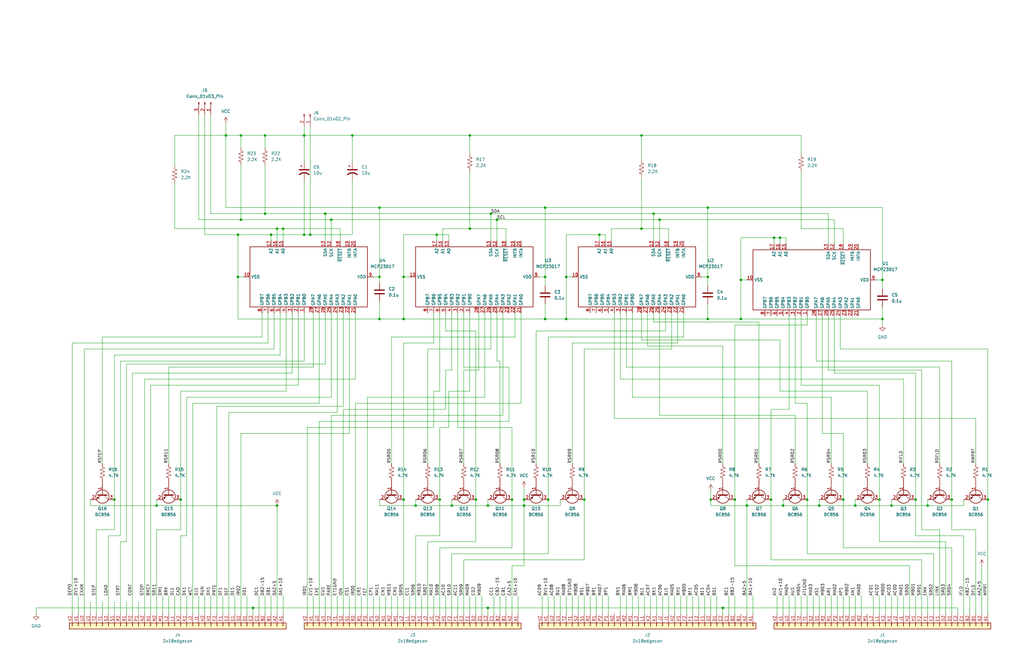
<source format=kicad_sch>
(kicad_sch (version 20230121) (generator eeschema)
  (paper "B")
  (junction (at 185.42 210.82))
  (junction (at 205.74 213.36))
  (junction (at 298.45 116.84))
  (junction (at 375.92 213.36))
  (junction (at 220.98 213.36))
  (junction (at 328.93 100.33))
  (junction (at 298.45 134.62))
  (junction (at 114.3 99.06))
  (junction (at 298.45 87.63))
  (junction (at 200.66 210.82))
  (junction (at 137.16 90.17))
  (junction (at 299.72 210.82))
  (junction (at 170.18 210.82))
  (junction (at 101.6 57.15))
  (junction (at 100.33 99.06))
  (junction (at 229.87 87.63))
  (junction (at 215.9 210.82))
  (junction (at 304.8 256.54))
  (junction (at 401.32 210.82))
  (junction (at 238.76 116.84))
  (junction (at 170.18 134.62))
  (junction (at 207.01 90.17))
  (junction (at 184.15 99.06))
  (junction (at 330.2 213.36))
  (junction (at 278.13 92.71))
  (junction (at 314.96 213.36))
  (junction (at 326.39 100.33))
  (junction (at 275.59 90.17))
  (junction (at 198.12 96.52))
  (junction (at 76.2 210.82))
  (junction (at 340.36 210.82))
  (junction (at 246.38 210.82))
  (junction (at 229.87 116.84))
  (junction (at 190.5 213.36))
  (junction (at 106.68 256.54))
  (junction (at 175.26 213.36))
  (junction (at 391.16 213.36))
  (junction (at 111.76 57.15))
  (junction (at 198.12 57.15))
  (junction (at 360.68 213.36))
  (junction (at 309.88 210.82))
  (junction (at 116.84 213.36))
  (junction (at 345.44 213.36))
  (junction (at 229.87 134.62))
  (junction (at 119.38 96.52))
  (junction (at 148.59 57.15))
  (junction (at 128.27 57.15))
  (junction (at 48.26 210.82))
  (junction (at 231.14 210.82))
  (junction (at 95.25 57.15))
  (junction (at 170.18 116.84))
  (junction (at 66.04 213.36))
  (junction (at 416.56 210.82))
  (junction (at 205.74 256.54))
  (junction (at 312.42 118.11))
  (junction (at 128.27 99.06))
  (junction (at 372.11 134.62))
  (junction (at 130.81 99.06))
  (junction (at 325.12 210.82))
  (junction (at 100.33 116.84))
  (junction (at 370.84 210.82))
  (junction (at 160.02 87.63))
  (junction (at 111.76 90.17))
  (junction (at 116.84 96.52))
  (junction (at 160.02 116.84))
  (junction (at 372.11 118.11))
  (junction (at 101.6 92.71))
  (junction (at 386.08 210.82))
  (junction (at 270.51 57.15))
  (junction (at 312.42 134.62))
  (junction (at 160.02 134.62))
  (junction (at 252.73 99.06))
  (junction (at 209.55 92.71))
  (junction (at 270.51 96.52))
  (junction (at 238.76 134.62))
  (junction (at 139.7 92.71))
  (junction (at 220.98 210.82))
  (junction (at 355.6 210.82))
  (wire (pts (xy 271.78 251.46) (xy 271.78 259.08)))
  (wire (pts (xy 220.98 205.74) (xy 220.98 210.82)))
  (wire (pts (xy 154.94 167.64) (xy 154.94 259.08)))
  (wire (pts (xy 58.42 254) (xy 58.42 259.08)))
  (wire (pts (xy 326.39 100.33) (xy 326.39 102.87)))
  (wire (pts (xy 266.7 251.46) (xy 266.7 259.08)))
  (wire (pts (xy 71.12 154.94) (xy 132.08 154.94)))
  (wire (pts (xy 86.36 99.06) (xy 100.33 99.06)))
  (wire (pts (xy 346.71 182.88) (xy 355.6 182.88)))
  (wire (pts (xy 100.33 134.62) (xy 160.02 134.62)))
  (wire (pts (xy 116.84 213.36) (xy 116.84 259.08)))
  (wire (pts (xy 391.16 251.46) (xy 391.16 259.08)))
  (wire (pts (xy 264.16 154.94) (xy 396.24 154.94)))
  (wire (pts (xy 411.48 223.52) (xy 401.32 223.52)))
  (wire (pts (xy 160.02 116.84) (xy 157.48 116.84)))
  (wire (pts (xy 170.18 99.06) (xy 170.18 116.84)))
  (wire (pts (xy 207.01 147.32) (xy 207.01 132.08)))
  (wire (pts (xy 114.3 251.46) (xy 114.3 259.08)))
  (wire (pts (xy 128.27 99.06) (xy 114.3 99.06)))
  (wire (pts (xy 325.12 172.72) (xy 325.12 210.82)))
  (wire (pts (xy 132.08 251.46) (xy 132.08 259.08)))
  (wire (pts (xy 180.34 195.58) (xy 180.34 147.32)))
  (wire (pts (xy 229.87 128.27) (xy 229.87 134.62)))
  (wire (pts (xy 246.38 147.32) (xy 283.21 147.32)))
  (wire (pts (xy 71.12 154.94) (xy 71.12 195.58)))
  (wire (pts (xy 312.42 118.11) (xy 314.96 118.11)))
  (wire (pts (xy 129.54 180.34) (xy 129.54 259.08)))
  (wire (pts (xy 185.42 231.14) (xy 185.42 259.08)))
  (wire (pts (xy 266.7 132.08) (xy 266.7 167.64)))
  (wire (pts (xy 236.22 251.46) (xy 236.22 259.08)))
  (wire (pts (xy 213.36 251.46) (xy 213.36 259.08)))
  (wire (pts (xy 401.32 210.82) (xy 401.32 223.52)))
  (wire (pts (xy 372.11 87.63) (xy 298.45 87.63)))
  (wire (pts (xy 212.09 132.08) (xy 212.09 175.26)))
  (wire (pts (xy 130.81 53.34) (xy 130.81 99.06)))
  (wire (pts (xy 381 251.46) (xy 381 259.08)))
  (wire (pts (xy 66.04 210.82) (xy 66.04 213.36)))
  (wire (pts (xy 226.06 139.7) (xy 280.67 139.7)))
  (wire (pts (xy 229.87 134.62) (xy 238.76 134.62)))
  (wire (pts (xy 328.93 143.51) (xy 270.51 143.51)))
  (wire (pts (xy 187.96 139.7) (xy 187.96 132.08)))
  (wire (pts (xy 157.48 251.46) (xy 157.48 259.08)))
  (wire (pts (xy 363.22 251.46) (xy 363.22 259.08)))
  (wire (pts (xy 353.06 251.46) (xy 353.06 259.08)))
  (wire (pts (xy 416.56 147.32) (xy 416.56 210.82)))
  (wire (pts (xy 246.38 147.32) (xy 246.38 210.82)))
  (wire (pts (xy 259.08 176.53) (xy 411.48 176.53)))
  (wire (pts (xy 360.68 213.36) (xy 345.44 213.36)))
  (wire (pts (xy 38.1 213.36) (xy 38.1 210.82)))
  (wire (pts (xy 335.28 170.18) (xy 340.36 170.18)))
  (wire (pts (xy 170.18 116.84) (xy 172.72 116.84)))
  (wire (pts (xy 123.19 157.48) (xy 123.19 132.08)))
  (wire (pts (xy 246.38 210.82) (xy 246.38 236.22)))
  (wire (pts (xy 229.87 87.63) (xy 229.87 116.84)))
  (wire (pts (xy 330.2 210.82) (xy 330.2 213.36)))
  (wire (pts (xy 60.96 160.02) (xy 60.96 259.08)))
  (wire (pts (xy 337.82 96.52) (xy 337.82 72.39)))
  (wire (pts (xy 143.51 96.52) (xy 143.51 101.6)))
  (wire (pts (xy 95.25 52.07) (xy 95.25 57.15)))
  (wire (pts (xy 35.56 147.32) (xy 115.57 147.32)))
  (wire (pts (xy 162.56 251.46) (xy 162.56 259.08)))
  (wire (pts (xy 231.14 142.24) (xy 231.14 210.82)))
  (wire (pts (xy 76.2 210.82) (xy 76.2 223.52)))
  (wire (pts (xy 393.7 233.68) (xy 393.7 259.08)))
  (wire (pts (xy 33.02 251.46) (xy 33.02 259.08)))
  (wire (pts (xy 347.98 251.46) (xy 347.98 259.08)))
  (wire (pts (xy 190.5 156.21) (xy 190.5 132.08)))
  (wire (pts (xy 340.36 251.46) (xy 340.36 259.08)))
  (wire (pts (xy 375.92 251.46) (xy 375.92 259.08)))
  (wire (pts (xy 134.62 177.8) (xy 214.63 177.8)))
  (wire (pts (xy 312.42 134.62) (xy 372.11 134.62)))
  (wire (pts (xy 340.36 133.35) (xy 340.36 137.16)))
  (wire (pts (xy 198.12 72.39) (xy 198.12 96.52)))
  (wire (pts (xy 115.57 147.32) (xy 115.57 132.08)))
  (wire (pts (xy 416.56 147.32) (xy 354.33 147.32)))
  (wire (pts (xy 298.45 116.84) (xy 298.45 120.65)))
  (wire (pts (xy 198.12 132.08) (xy 198.12 165.1)))
  (wire (pts (xy 335.28 133.35) (xy 335.28 170.18)))
  (wire (pts (xy 88.9 48.26) (xy 88.9 90.17)))
  (wire (pts (xy 381 160.02) (xy 261.62 160.02)))
  (wire (pts (xy 231.14 251.46) (xy 231.14 259.08)))
  (wire (pts (xy 48.26 149.86) (xy 118.11 149.86)))
  (wire (pts (xy 116.84 96.52) (xy 119.38 96.52)))
  (wire (pts (xy 307.34 251.46) (xy 307.34 259.08)))
  (wire (pts (xy 200.66 210.82) (xy 200.66 228.6)))
  (wire (pts (xy 190.5 210.82) (xy 190.5 213.36)))
  (wire (pts (xy 144.78 172.72) (xy 144.78 259.08)))
  (wire (pts (xy 355.6 210.82) (xy 355.6 231.14)))
  (wire (pts (xy 203.2 251.46) (xy 203.2 259.08)))
  (wire (pts (xy 128.27 57.15) (xy 148.59 57.15)))
  (wire (pts (xy 95.25 87.63) (xy 160.02 87.63)))
  (wire (pts (xy 337.82 57.15) (xy 337.82 64.77)))
  (wire (pts (xy 391.16 210.82) (xy 391.16 213.36)))
  (wire (pts (xy 210.82 251.46) (xy 210.82 259.08)))
  (wire (pts (xy 110.49 132.08) (xy 110.49 142.24)))
  (wire (pts (xy 269.24 251.46) (xy 269.24 259.08)))
  (wire (pts (xy 345.44 251.46) (xy 345.44 259.08)))
  (wire (pts (xy 372.11 134.62) (xy 372.11 129.54)))
  (wire (pts (xy 298.45 87.63) (xy 298.45 116.84)))
  (wire (pts (xy 88.9 251.46) (xy 88.9 259.08)))
  (wire (pts (xy 40.64 223.52) (xy 48.26 223.52)))
  (wire (pts (xy 63.5 162.56) (xy 63.5 259.08)))
  (wire (pts (xy 195.58 236.22) (xy 195.58 259.08)))
  (wire (pts (xy 137.16 251.46) (xy 137.16 259.08)))
  (wire (pts (xy 373.38 251.46) (xy 373.38 259.08)))
  (wire (pts (xy 270.51 96.52) (xy 257.81 96.52)))
  (wire (pts (xy 325.12 172.72) (xy 332.74 172.72)))
  (wire (pts (xy 332.74 251.46) (xy 332.74 259.08)))
  (wire (pts (xy 388.62 236.22) (xy 388.62 259.08)))
  (wire (pts (xy 120.65 132.08) (xy 120.65 165.1)))
  (wire (pts (xy 76.2 226.06) (xy 78.74 226.06)))
  (wire (pts (xy 53.34 254) (xy 53.34 259.08)))
  (wire (pts (xy 299.72 207.01) (xy 299.72 210.82)))
  (wire (pts (xy 351.79 157.48) (xy 386.08 157.48)))
  (wire (pts (xy 78.74 226.06) (xy 78.74 167.64)))
  (wire (pts (xy 278.13 92.71) (xy 351.79 92.71)))
  (wire (pts (xy 170.18 134.62) (xy 229.87 134.62)))
  (wire (pts (xy 304.8 146.05) (xy 304.8 195.58)))
  (wire (pts (xy 137.16 90.17) (xy 137.16 101.6)))
  (wire (pts (xy 15.24 259.08) (xy 15.24 256.54)))
  (wire (pts (xy 370.84 210.82) (xy 370.84 228.6)))
  (wire (pts (xy 314.96 213.36) (xy 299.72 213.36)))
  (wire (pts (xy 100.33 116.84) (xy 100.33 134.62)))
  (wire (pts (xy 198.12 251.46) (xy 198.12 259.08)))
  (wire (pts (xy 185.42 180.34) (xy 185.42 210.82)))
  (wire (pts (xy 139.7 167.64) (xy 139.7 132.08)))
  (wire (pts (xy 43.18 142.24) (xy 43.18 195.58)))
  (wire (pts (xy 189.23 101.6) (xy 189.23 99.06)))
  (wire (pts (xy 149.86 170.18) (xy 219.71 170.18)))
  (wire (pts (xy 236.22 210.82) (xy 236.22 213.36)))
  (wire (pts (xy 408.94 251.46) (xy 408.94 259.08)))
  (wire (pts (xy 309.88 137.16) (xy 309.88 210.82)))
  (wire (pts (xy 298.45 128.27) (xy 298.45 134.62)))
  (wire (pts (xy 130.81 99.06) (xy 128.27 99.06)))
  (wire (pts (xy 55.88 157.48) (xy 55.88 259.08)))
  (wire (pts (xy 331.47 100.33) (xy 328.93 100.33)))
  (wire (pts (xy 215.9 238.76) (xy 215.9 259.08)))
  (wire (pts (xy 76.2 226.06) (xy 76.2 259.08)))
  (wire (pts (xy 152.4 251.46) (xy 152.4 259.08)))
  (wire (pts (xy 406.4 213.36) (xy 391.16 213.36)))
  (wire (pts (xy 355.6 251.46) (xy 355.6 259.08)))
  (wire (pts (xy 285.75 144.78) (xy 285.75 132.08)))
  (wire (pts (xy 350.52 167.64) (xy 350.52 195.58)))
  (wire (pts (xy 149.86 132.08) (xy 149.86 160.02)))
  (wire (pts (xy 220.98 213.36) (xy 205.74 213.36)))
  (wire (pts (xy 284.48 251.46) (xy 284.48 259.08)))
  (wire (pts (xy 170.18 116.84) (xy 170.18 134.62)))
  (wire (pts (xy 398.78 228.6) (xy 370.84 228.6)))
  (wire (pts (xy 256.54 251.46) (xy 256.54 259.08)))
  (wire (pts (xy 205.74 210.82) (xy 205.74 213.36)))
  (wire (pts (xy 195.58 154.94) (xy 214.63 154.94)))
  (wire (pts (xy 142.24 132.08) (xy 142.24 173.99)))
  (wire (pts (xy 60.96 160.02) (xy 149.86 160.02)))
  (wire (pts (xy 340.36 210.82) (xy 340.36 233.68)))
  (wire (pts (xy 100.33 99.06) (xy 100.33 116.84)))
  (wire (pts (xy 215.9 210.82) (xy 215.9 231.14)))
  (wire (pts (xy 198.12 165.1) (xy 189.23 165.1)))
  (wire (pts (xy 346.71 133.35) (xy 346.71 182.88)))
  (wire (pts (xy 101.6 182.88) (xy 101.6 259.08)))
  (wire (pts (xy 411.48 223.52) (xy 411.48 259.08)))
  (wire (pts (xy 101.6 57.15) (xy 101.6 62.23)))
  (wire (pts (xy 360.68 210.82) (xy 360.68 213.36)))
  (wire (pts (xy 48.26 210.82) (xy 48.26 223.52)))
  (wire (pts (xy 186.69 96.52) (xy 186.69 101.6)))
  (wire (pts (xy 195.58 156.21) (xy 195.58 195.58)))
  (wire (pts (xy 128.27 76.2) (xy 128.27 99.06)))
  (wire (pts (xy 83.82 92.71) (xy 101.6 92.71)))
  (wire (pts (xy 273.05 146.05) (xy 304.8 146.05)))
  (wire (pts (xy 298.45 116.84) (xy 295.91 116.84)))
  (wire (pts (xy 349.25 133.35) (xy 349.25 156.21)))
  (wire (pts (xy 63.5 162.56) (xy 125.73 162.56)))
  (wire (pts (xy 73.66 96.52) (xy 116.84 96.52)))
  (wire (pts (xy 111.76 90.17) (xy 137.16 90.17)))
  (wire (pts (xy 340.36 233.68) (xy 393.7 233.68)))
  (wire (pts (xy 337.82 162.56) (xy 370.84 162.56)))
  (wire (pts (xy 354.33 133.35) (xy 354.33 147.32)))
  (wire (pts (xy 81.28 170.18) (xy 81.28 259.08)))
  (wire (pts (xy 375.92 213.36) (xy 360.68 213.36)))
  (wire (pts (xy 180.34 228.6) (xy 180.34 259.08)))
  (wire (pts (xy 220.98 210.82) (xy 220.98 213.36)))
  (wire (pts (xy 335.28 175.26) (xy 278.13 175.26)))
  (wire (pts (xy 358.14 251.46) (xy 358.14 259.08)))
  (wire (pts (xy 259.08 132.08) (xy 259.08 176.53)))
  (wire (pts (xy 411.48 176.53) (xy 411.48 195.58)))
  (wire (pts (xy 134.62 170.18) (xy 134.62 132.08)))
  (wire (pts (xy 351.79 92.71) (xy 351.79 102.87)))
  (wire (pts (xy 279.4 251.46) (xy 279.4 259.08)))
  (wire (pts (xy 175.26 213.36) (xy 160.02 213.36)))
  (wire (pts (xy 337.82 133.35) (xy 337.82 162.56)))
  (wire (pts (xy 238.76 134.62) (xy 298.45 134.62)))
  (wire (pts (xy 335.28 251.46) (xy 335.28 259.08)))
  (wire (pts (xy 73.66 77.47) (xy 73.66 96.52)))
  (wire (pts (xy 414.02 238.76) (xy 414.02 259.08)))
  (wire (pts (xy 369.57 118.11) (xy 372.11 118.11)))
  (wire (pts (xy 137.16 153.67) (xy 53.34 153.67)))
  (wire (pts (xy 160.02 116.84) (xy 160.02 119.38)))
  (wire (pts (xy 128.27 57.15) (xy 128.27 68.58)))
  (wire (pts (xy 198.12 57.15) (xy 198.12 64.77)))
  (wire (pts (xy 119.38 251.46) (xy 119.38 259.08)))
  (wire (pts (xy 278.13 132.08) (xy 278.13 175.26)))
  (wire (pts (xy 281.94 251.46) (xy 281.94 259.08)))
  (wire (pts (xy 185.42 210.82) (xy 185.42 226.06)))
  (wire (pts (xy 111.76 57.15) (xy 111.76 62.23)))
  (wire (pts (xy 106.68 256.54) (xy 205.74 256.54)))
  (wire (pts (xy 43.18 254) (xy 43.18 259.08)))
  (wire (pts (xy 205.74 213.36) (xy 190.5 213.36)))
  (wire (pts (xy 345.44 210.82) (xy 345.44 213.36)))
  (wire (pts (xy 95.25 57.15) (xy 95.25 87.63)))
  (wire (pts (xy 243.84 251.46) (xy 243.84 259.08)))
  (wire (pts (xy 342.9 251.46) (xy 342.9 259.08)))
  (wire (pts (xy 139.7 175.26) (xy 212.09 175.26)))
  (wire (pts (xy 66.04 213.36) (xy 38.1 213.36)))
  (wire (pts (xy 388.62 236.22) (xy 325.12 236.22)))
  (wire (pts (xy 185.42 165.1) (xy 182.88 165.1)))
  (wire (pts (xy 217.17 132.08) (xy 217.17 142.24)))
  (wire (pts (xy 129.54 180.34) (xy 182.88 180.34)))
  (wire (pts (xy 292.1 251.46) (xy 292.1 259.08)))
  (wire (pts (xy 266.7 167.64) (xy 350.52 167.64)))
  (wire (pts (xy 170.18 210.82) (xy 170.18 259.08)))
  (wire (pts (xy 252.73 99.06) (xy 252.73 101.6)))
  (wire (pts (xy 340.36 170.18) (xy 340.36 210.82)))
  (wire (pts (xy 350.52 251.46) (xy 350.52 259.08)))
  (wire (pts (xy 254 251.46) (xy 254 259.08)))
  (wire (pts (xy 148.59 99.06) (xy 130.81 99.06)))
  (wire (pts (xy 299.72 251.46) (xy 299.72 259.08)))
  (wire (pts (xy 231.14 142.24) (xy 288.29 142.24)))
  (wire (pts (xy 198.12 96.52) (xy 213.36 96.52)))
  (wire (pts (xy 209.55 132.08) (xy 209.55 152.4)))
  (wire (pts (xy 45.72 226.06) (xy 50.8 226.06)))
  (wire (pts (xy 86.36 48.26) (xy 86.36 99.06)))
  (wire (pts (xy 207.01 90.17) (xy 207.01 101.6)))
  (wire (pts (xy 298.45 134.62) (xy 312.42 134.62)))
  (wire (pts (xy 184.15 99.06) (xy 184.15 101.6)))
  (wire (pts (xy 185.42 231.14) (xy 215.9 231.14)))
  (wire (pts (xy 175.26 226.06) (xy 175.26 259.08)))
  (wire (pts (xy 370.84 251.46) (xy 370.84 259.08)))
  (wire (pts (xy 48.26 149.86) (xy 48.26 210.82)))
  (wire (pts (xy 340.36 137.16) (xy 309.88 137.16)))
  (wire (pts (xy 205.74 256.54) (xy 205.74 259.08)))
  (wire (pts (xy 137.16 132.08) (xy 137.16 153.67)))
  (wire (pts (xy 275.59 132.08) (xy 275.59 135.89)))
  (wire (pts (xy 83.82 251.46) (xy 83.82 259.08)))
  (wire (pts (xy 416.56 210.82) (xy 416.56 259.08)))
  (wire (pts (xy 299.72 210.82) (xy 299.72 213.36)))
  (wire (pts (xy 398.78 228.6) (xy 398.78 259.08)))
  (wire (pts (xy 119.38 96.52) (xy 143.51 96.52)))
  (wire (pts (xy 190.5 233.68) (xy 231.14 233.68)))
  (wire (pts (xy 182.88 165.1) (xy 182.88 180.34)))
  (wire (pts (xy 78.74 251.46) (xy 78.74 259.08)))
  (wire (pts (xy 375.92 210.82) (xy 375.92 213.36)))
  (wire (pts (xy 73.66 251.46) (xy 73.66 259.08)))
  (wire (pts (xy 386.08 251.46) (xy 386.08 259.08)))
  (wire (pts (xy 30.48 144.78) (xy 113.03 144.78)))
  (wire (pts (xy 368.3 251.46) (xy 368.3 259.08)))
  (wire (pts (xy 195.58 132.08) (xy 195.58 154.94)))
  (wire (pts (xy 370.84 162.56) (xy 370.84 210.82)))
  (wire (pts (xy 111.76 57.15) (xy 128.27 57.15)))
  (wire (pts (xy 210.82 195.58) (xy 210.82 152.4)))
  (wire (pts (xy 187.96 172.72) (xy 187.96 156.21)))
  (wire (pts (xy 406.4 210.82) (xy 406.4 213.36)))
  (wire (pts (xy 355.6 96.52) (xy 355.6 102.87)))
  (wire (pts (xy 378.46 251.46) (xy 378.46 259.08)))
  (wire (pts (xy 118.11 149.86) (xy 118.11 132.08)))
  (wire (pts (xy 345.44 213.36) (xy 330.2 213.36)))
  (wire (pts (xy 73.66 57.15) (xy 95.25 57.15)))
  (wire (pts (xy 365.76 165.1) (xy 365.76 195.58)))
  (wire (pts (xy 175.26 226.06) (xy 185.42 226.06)))
  (wire (pts (xy 270.51 74.93) (xy 270.51 96.52)))
  (wire (pts (xy 198.12 57.15) (xy 270.51 57.15)))
  (wire (pts (xy 154.94 167.64) (xy 204.47 167.64)))
  (wire (pts (xy 78.74 167.64) (xy 139.7 167.64)))
  (wire (pts (xy 76.2 165.1) (xy 120.65 165.1)))
  (wire (pts (xy 283.21 132.08) (xy 283.21 147.32)))
  (wire (pts (xy 304.8 256.54) (xy 304.8 259.08)))
  (wire (pts (xy 236.22 213.36) (xy 220.98 213.36)))
  (wire (pts (xy 355.6 96.52) (xy 337.82 96.52)))
  (wire (pts (xy 119.38 96.52) (xy 119.38 101.6)))
  (wire (pts (xy 147.32 182.88) (xy 101.6 182.88)))
  (wire (pts (xy 229.87 87.63) (xy 298.45 87.63)))
  (wire (pts (xy 209.55 92.71) (xy 209.55 101.6)))
  (wire (pts (xy 193.04 180.34) (xy 215.9 180.34)))
  (wire (pts (xy 104.14 251.46) (xy 104.14 259.08)))
  (wire (pts (xy 170.18 144.78) (xy 170.18 210.82)))
  (wire (pts (xy 229.87 116.84) (xy 229.87 120.65)))
  (wire (pts (xy 270.51 57.15) (xy 337.82 57.15)))
  (wire (pts (xy 294.64 251.46) (xy 294.64 259.08)))
  (wire (pts (xy 328.93 165.1) (xy 328.93 143.51)))
  (wire (pts (xy 314.96 213.36) (xy 314.96 259.08)))
  (wire (pts (xy 238.76 99.06) (xy 252.73 99.06)))
  (wire (pts (xy 76.2 165.1) (xy 76.2 210.82)))
  (wire (pts (xy 86.36 251.46) (xy 86.36 259.08)))
  (wire (pts (xy 160.02 87.63) (xy 229.87 87.63)))
  (wire (pts (xy 351.79 133.35) (xy 351.79 157.48)))
  (wire (pts (xy 81.28 170.18) (xy 134.62 170.18)))
  (wire (pts (xy 261.62 251.46) (xy 261.62 259.08)))
  (wire (pts (xy 396.24 223.52) (xy 388.62 223.52)))
  (wire (pts (xy 200.66 139.7) (xy 187.96 139.7)))
  (wire (pts (xy 170.18 99.06) (xy 184.15 99.06)))
  (wire (pts (xy 233.68 251.46) (xy 233.68 259.08)))
  (wire (pts (xy 238.76 251.46) (xy 238.76 259.08)))
  (wire (pts (xy 275.59 90.17) (xy 275.59 101.6)))
  (wire (pts (xy 231.14 210.82) (xy 231.14 233.68)))
  (wire (pts (xy 66.04 223.52) (xy 76.2 223.52)))
  (wire (pts (xy 48.26 254) (xy 48.26 259.08)))
  (wire (pts (xy 139.7 92.71) (xy 139.7 101.6)))
  (wire (pts (xy 177.8 251.46) (xy 177.8 259.08)))
  (wire (pts (xy 396.24 154.94) (xy 396.24 195.58)))
  (wire (pts (xy 190.5 233.68) (xy 190.5 259.08)))
  (wire (pts (xy 111.76 69.85) (xy 111.76 90.17)))
  (wire (pts (xy 218.44 251.46) (xy 218.44 259.08)))
  (wire (pts (xy 144.78 132.08) (xy 144.78 171.45)))
  (wire (pts (xy 331.47 102.87) (xy 331.47 100.33)))
  (wire (pts (xy 73.66 69.85) (xy 73.66 57.15)))
  (wire (pts (xy 50.8 226.06) (xy 50.8 152.4)))
  (wire (pts (xy 274.32 251.46) (xy 274.32 259.08)))
  (wire (pts (xy 257.81 96.52) (xy 257.81 101.6)))
  (wire (pts (xy 114.3 101.6) (xy 114.3 99.06)))
  (wire (pts (xy 355.6 231.14) (xy 401.32 231.14)))
  (wire (pts (xy 396.24 223.52) (xy 396.24 259.08)))
  (wire (pts (xy 270.51 143.51) (xy 270.51 132.08)))
  (wire (pts (xy 142.24 173.99) (xy 96.52 173.99)))
  (wire (pts (xy 88.9 90.17) (xy 111.76 90.17)))
  (wire (pts (xy 50.8 152.4) (xy 128.27 152.4)))
  (wire (pts (xy 147.32 132.08) (xy 147.32 182.88)))
  (wire (pts (xy 134.62 177.8) (xy 134.62 259.08)))
  (wire (pts (xy 204.47 132.08) (xy 204.47 167.64)))
  (wire (pts (xy 238.76 116.84) (xy 238.76 134.62)))
  (wire (pts (xy 45.72 226.06) (xy 45.72 259.08)))
  (wire (pts (xy 391.16 213.36) (xy 375.92 213.36)))
  (wire (pts (xy 160.02 210.82) (xy 160.02 213.36)))
  (wire (pts (xy 214.63 154.94) (xy 214.63 177.8)))
  (wire (pts (xy 101.6 69.85) (xy 101.6 92.71)))
  (wire (pts (xy 201.93 132.08) (xy 201.93 156.21)))
  (wire (pts (xy 180.34 147.32) (xy 207.01 147.32)))
  (wire (pts (xy 328.93 100.33) (xy 328.93 102.87)))
  (wire (pts (xy 182.88 132.08) (xy 182.88 144.78)))
  (wire (pts (xy 175.26 210.82) (xy 175.26 213.36)))
  (wire (pts (xy 95.25 57.15) (xy 101.6 57.15)))
  (wire (pts (xy 110.49 142.24) (xy 43.18 142.24)))
  (wire (pts (xy 209.55 92.71) (xy 278.13 92.71)))
  (wire (pts (xy 205.74 256.54) (xy 304.8 256.54)))
  (wire (pts (xy 330.2 251.46) (xy 330.2 259.08)))
  (wire (pts (xy 200.66 251.46) (xy 200.66 259.08)))
  (wire (pts (xy 386.08 210.82) (xy 386.08 226.06)))
  (wire (pts (xy 102.87 116.84) (xy 100.33 116.84)))
  (wire (pts (xy 15.24 256.54) (xy 106.68 256.54)))
  (wire (pts (xy 187.96 251.46) (xy 187.96 259.08)))
  (wire (pts (xy 326.39 100.33) (xy 312.42 100.33)))
  (wire (pts (xy 116.84 96.52) (xy 116.84 101.6)))
  (wire (pts (xy 337.82 251.46) (xy 337.82 259.08)))
  (wire (pts (xy 251.46 251.46) (xy 251.46 259.08)))
  (wire (pts (xy 165.1 251.46) (xy 165.1 259.08)))
  (wire (pts (xy 195.58 236.22) (xy 246.38 236.22)))
  (wire (pts (xy 147.32 251.46) (xy 147.32 259.08)))
  (wire (pts (xy 344.17 152.4) (xy 344.17 133.35)))
  (wire (pts (xy 148.59 76.2) (xy 148.59 99.06)))
  (wire (pts (xy 275.59 90.17) (xy 349.25 90.17)))
  (wire (pts (xy 165.1 195.58) (xy 165.1 142.24)))
  (wire (pts (xy 160.02 127) (xy 160.02 134.62)))
  (wire (pts (xy 309.88 251.46) (xy 309.88 259.08)))
  (wire (pts (xy 406.4 226.06) (xy 386.08 226.06)))
  (wire (pts (xy 228.6 251.46) (xy 228.6 259.08)))
  (wire (pts (xy 401.32 152.4) (xy 401.32 210.82)))
  (wire (pts (xy 317.5 251.46) (xy 317.5 259.08)))
  (wire (pts (xy 160.02 251.46) (xy 160.02 259.08)))
  (wire (pts (xy 332.74 133.35) (xy 332.74 172.72)))
  (wire (pts (xy 53.34 153.67) (xy 53.34 228.6)))
  (wire (pts (xy 111.76 251.46) (xy 111.76 259.08)))
  (wire (pts (xy 241.3 251.46) (xy 241.3 259.08)))
  (wire (pts (xy 210.82 152.4) (xy 209.55 152.4)))
  (wire (pts (xy 220.98 238.76) (xy 220.98 213.36)))
  (wire (pts (xy 93.98 251.46) (xy 93.98 259.08)))
  (wire (pts (xy 289.56 251.46) (xy 289.56 259.08)))
  (wire (pts (xy 139.7 175.26) (xy 139.7 259.08)))
  (wire (pts (xy 180.34 228.6) (xy 200.66 228.6)))
  (wire (pts (xy 246.38 251.46) (xy 246.38 259.08)))
  (wire (pts (xy 381 160.02) (xy 381 195.58)))
  (wire (pts (xy 144.78 172.72) (xy 187.96 172.72)))
  (wire (pts (xy 213.36 96.52) (xy 213.36 101.6)))
  (wire (pts (xy 189.23 165.1) (xy 189.23 180.34)))
  (wire (pts (xy 116.84 213.36) (xy 66.04 213.36)))
  (wire (pts (xy 238.76 116.84) (xy 238.76 99.06)))
  (wire (pts (xy 355.6 182.88) (xy 355.6 210.82)))
  (wire (pts (xy 91.44 171.45) (xy 144.78 171.45)))
  (wire (pts (xy 190.5 213.36) (xy 175.26 213.36)))
  (wire (pts (xy 187.96 156.21) (xy 190.5 156.21)))
  (wire (pts (xy 401.32 152.4) (xy 344.17 152.4)))
  (wire (pts (xy 312.42 134.62) (xy 312.42 118.11)))
  (wire (pts (xy 320.04 135.89) (xy 275.59 135.89)))
  (wire (pts (xy 401.32 231.14) (xy 401.32 259.08)))
  (wire (pts (xy 186.69 96.52) (xy 198.12 96.52)))
  (wire (pts (xy 30.48 144.78) (xy 30.48 259.08)))
  (wire (pts (xy 201.93 156.21) (xy 195.58 156.21)))
  (wire (pts (xy 255.27 99.06) (xy 255.27 101.6)))
  (wire (pts (xy 219.71 170.18) (xy 219.71 132.08)))
  (wire (pts (xy 270.51 57.15) (xy 270.51 67.31)))
  (wire (pts (xy 288.29 142.24) (xy 288.29 132.08)))
  (wire (pts (xy 281.94 96.52) (xy 270.51 96.52)))
  (wire (pts (xy 383.54 238.76) (xy 383.54 259.08)))
  (wire (pts (xy 320.04 135.89) (xy 320.04 195.58)))
  (wire (pts (xy 328.93 165.1) (xy 365.76 165.1)))
  (wire (pts (xy 215.9 238.76) (xy 220.98 238.76)))
  (wire (pts (xy 139.7 92.71) (xy 209.55 92.71)))
  (wire (pts (xy 128.27 152.4) (xy 128.27 132.08)))
  (wire (pts (xy 302.26 251.46) (xy 302.26 259.08)))
  (wire (pts (xy 160.02 134.62) (xy 170.18 134.62)))
  (wire (pts (xy 71.12 251.46) (xy 71.12 259.08)))
  (wire (pts (xy 403.86 256.54) (xy 403.86 259.08)))
  (wire (pts (xy 281.94 101.6) (xy 281.94 96.52)))
  (wire (pts (xy 406.4 226.06) (xy 406.4 259.08)))
  (wire (pts (xy 149.86 170.18) (xy 149.86 259.08)))
  (wire (pts (xy 66.04 223.52) (xy 66.04 259.08)))
  (wire (pts (xy 148.59 57.15) (xy 148.59 68.58)))
  (wire (pts (xy 372.11 118.11) (xy 372.11 121.92)))
  (wire (pts (xy 50.8 228.6) (xy 50.8 259.08)))
  (wire (pts (xy 55.88 157.48) (xy 123.19 157.48)))
  (wire (pts (xy 349.25 156.21) (xy 388.62 156.21)))
  (wire (pts (xy 193.04 251.46) (xy 193.04 259.08)))
  (wire (pts (xy 142.24 251.46) (xy 142.24 259.08)))
  (wire (pts (xy 137.16 90.17) (xy 207.01 90.17)))
  (wire (pts (xy 335.28 175.26) (xy 335.28 195.58)))
  (wire (pts (xy 101.6 92.71) (xy 139.7 92.71)))
  (wire (pts (xy 132.08 132.08) (xy 132.08 154.94)))
  (wire (pts (xy 372.11 118.11) (xy 372.11 87.63)))
  (wire (pts (xy 309.88 210.82) (xy 309.88 238.76)))
  (wire (pts (xy 328.93 100.33) (xy 326.39 100.33)))
  (wire (pts (xy 273.05 132.08) (xy 273.05 146.05)))
  (wire (pts (xy 96.52 173.99) (xy 96.52 259.08)))
  (wire (pts (xy 248.92 251.46) (xy 248.92 259.08)))
  (wire (pts (xy 325.12 210.82) (xy 325.12 236.22)))
  (wire (pts (xy 372.11 134.62) (xy 372.11 137.16)))
  (wire (pts (xy 106.68 256.54) (xy 106.68 259.08)))
  (wire (pts (xy 261.62 160.02) (xy 261.62 132.08)))
  (wire (pts (xy 100.33 99.06) (xy 114.3 99.06)))
  (wire (pts (xy 229.87 116.84) (xy 227.33 116.84)))
  (wire (pts (xy 312.42 100.33) (xy 312.42 118.11)))
  (wire (pts (xy 386.08 157.48) (xy 386.08 210.82)))
  (wire (pts (xy 91.44 171.45) (xy 91.44 259.08)))
  (wire (pts (xy 241.3 144.78) (xy 285.75 144.78)))
  (wire (pts (xy 170.18 144.78) (xy 182.88 144.78)))
  (wire (pts (xy 314.96 210.82) (xy 314.96 213.36)))
  (wire (pts (xy 128.27 53.34) (xy 128.27 57.15)))
  (wire (pts (xy 165.1 142.24) (xy 217.17 142.24)))
  (wire (pts (xy 99.06 251.46) (xy 99.06 259.08)))
  (wire (pts (xy 101.6 57.15) (xy 111.76 57.15)))
  (wire (pts (xy 83.82 48.26) (xy 83.82 92.71)))
  (wire (pts (xy 278.13 92.71) (xy 278.13 101.6)))
  (wire (pts (xy 241.3 116.84) (xy 238.76 116.84)))
  (wire (pts (xy 185.42 132.08) (xy 185.42 165.1)))
  (wire (pts (xy 327.66 251.46) (xy 327.66 259.08)))
  (wire (pts (xy 264.16 154.94) (xy 264.16 132.08)))
  (wire (pts (xy 50.8 228.6) (xy 53.34 228.6)))
  (wire (pts (xy 38.1 254) (xy 38.1 259.08)))
  (wire (pts (xy 184.15 99.06) (xy 189.23 99.06)))
  (wire (pts (xy 360.68 251.46) (xy 360.68 259.08)))
  (wire (pts (xy 208.28 251.46) (xy 208.28 259.08)))
  (wire (pts (xy 207.01 90.17) (xy 275.59 90.17)))
  (wire (pts (xy 160.02 87.63) (xy 160.02 116.84)))
  (wire (pts (xy 280.67 132.08) (xy 280.67 139.7)))
  (wire (pts (xy 304.8 256.54) (xy 403.86 256.54)))
  (wire (pts (xy 113.03 132.08) (xy 113.03 144.78)))
  (wire (pts (xy 264.16 251.46) (xy 264.16 259.08)))
  (wire (pts (xy 182.88 251.46) (xy 182.88 259.08)))
  (wire (pts (xy 35.56 147.32) (xy 35.56 259.08)))
  (wire (pts (xy 167.64 251.46) (xy 167.64 259.08)))
  (wire (pts (xy 349.25 90.17) (xy 349.25 102.87)))
  (wire (pts (xy 68.58 251.46) (xy 68.58 259.08)))
  (wire (pts (xy 287.02 251.46) (xy 287.02 259.08)))
  (wire (pts (xy 125.73 162.56) (xy 125.73 132.08)))
  (wire (pts (xy 388.62 156.21) (xy 388.62 223.52)))
  (wire (pts (xy 330.2 213.36) (xy 314.96 213.36)))
  (wire (pts (xy 185.42 180.34) (xy 189.23 180.34)))
  (wire (pts (xy 241.3 195.58) (xy 241.3 144.78)))
  (wire (pts (xy 193.04 132.08) (xy 193.04 180.34)))
  (wire (pts (xy 226.06 195.58) (xy 226.06 139.7)))
  (wire (pts (xy 276.86 251.46) (xy 276.86 259.08)))
  (wire (pts (xy 252.73 99.06) (xy 255.27 99.06)))
  (wire (pts (xy 109.22 251.46) (xy 109.22 259.08)))
  (wire (pts (xy 172.72 251.46) (xy 172.72 259.08)))
  (wire (pts (xy 297.18 251.46) (xy 297.18 259.08)))
  (wire (pts (xy 148.59 57.15) (xy 198.12 57.15)))
  (wire (pts (xy 200.66 139.7) (xy 200.66 210.82)))
  (wire (pts (xy 40.64 223.52) (xy 40.64 259.08)))
  (wire (pts (xy 215.9 180.34) (xy 215.9 210.82)))
  (wire (pts (xy 383.54 238.76) (xy 309.88 238.76)))
  (label "EMA" (at 391.16 251.46 90))
  (label "MA10" (at 182.88 251.46 90))
  (label "MA08" (at 238.76 251.46 90))
  (label "DFLD" (at 411.48 251.46 90))
  (label "SR10" (at 190.5 251.46 90))
  (label "AC05" (at 294.64 251.46 90))
  (label "DB1" (at 114.3 251.46 90))
  (label "DEF" (at 96.52 251.46 90))
  (label "STRT" (at 50.8 251.46 90))
  (label "DC1" (at 109.22 251.46 90))
  (label "SR09" (at 195.58 251.46 90))
  (label "AU1" (at 335.28 251.46 90))
  (label "AN1" (at 360.68 251.46 90))
  (label "RSTEP" (at 43.18 195.58 90))
  (label "MB11" (at 165.1 251.46 90))
  (label "MB05" (at 289.56 251.46 90))
  (label "ION" (at 144.78 251.46 90))
  (label "MA09" (at 198.12 251.46 90))
  (label "RSR11" (at 71.12 195.58 90))
  (label "CB2-15" (at 210.82 251.46 90))
  (label "AP1" (at 355.6 251.46 90))
  (label "MA11" (at 160.02 251.46 90))
  (label "CT1GND" (at 142.24 251.46 90))
  (label "BS1" (at 246.38 251.46 90))
  (label "AC09" (at 228.6 251.46 90))
  (label "CAD" (at 76.2 251.46 90))
  (label "CN1" (at 162.56 251.46 90))
  (label "DB2-15" (at 111.76 251.46 90))
  (label "AC08" (at 233.68 251.46 90))
  (label "AC10" (at 187.96 251.46 90))
  (label "AB2-15" (at 408.94 251.46 90))
  (label "BM1" (at 266.7 251.46 90))
  (label "MA03" (at 342.9 251.46 90))
  (label "BF1" (at 292.1 251.46 90))
  (label "MPRT" (at 416.56 251.46 90))
  (label "CS1" (at 147.32 251.46 90))
  (label "MB03" (at 347.98 251.46 90))
  (label "EXAM" (at 35.56 251.46 90))
  (label "MB07" (at 248.92 251.46 90))
  (label "BV1+10" (at 231.14 251.46 90))
  (label "SR01" (at 388.62 251.46 90))
  (label "MA01" (at 381 251.46 90))
  (label "PARE" (at 139.7 251.46 90))
  (label "RSR02" (at 335.28 195.58 90))
  (label "BC1" (at 307.34 251.46 90))
  (label "DM1" (at 68.58 251.46 90))
  (label "DV1+10" (at 33.02 251.46 90))
  (label "BJ1" (at 281.94 251.46 90))
  (label "STEP" (at 40.64 251.46 90))
  (label "IR02" (at 101.6 251.46 90))
  (label "BK1" (at 276.86 251.46 90))
  (label "MB01" (at 386.08 251.46 90))
  (label "MA00" (at 363.22 251.46 90))
  (label "MA06" (at 264.16 251.46 90))
  (label "SDA" (at 207.01 90.17 0))
  (label "CONT" (at 55.88 251.46 90))
  (label "MA04" (at 332.74 251.46 90))
  (label "LINK" (at 396.24 251.46 90))
  (label "AR1" (at 350.52 251.46 90))
  (label "RMPRT" (at 411.48 195.58 90))
  (label "RUN" (at 86.36 251.46 90))
  (label "CU1" (at 137.16 251.46 90))
  (label "BRK" (at 71.12 251.46 90))
  (label "IR01" (at 129.54 251.46 90))
  (label "LDAD" (at 45.72 251.46 90))
  (label "DK1" (at 78.74 251.46 90))
  (label "RDFLD" (at 396.24 195.58 90))
  (label "CC1" (at 208.28 251.46 90))
  (label "DF1" (at 93.98 251.46 90))
  (label "SR05" (at 170.18 251.46 90))
  (label "BA1+10" (at 317.5 251.46 90))
  (label "MB10" (at 177.8 251.46 90))
  (label "BN1" (at 261.62 251.46 90))
  (label "EXE" (at 134.62 251.46 90))
  (label "CA2+5" (at 215.9 251.46 90))
  (label "AC00" (at 378.46 251.46 90))
  (label "CR1" (at 152.4 251.46 90))
  (label "SR06" (at 175.26 251.46 90))
  (label "RSR01" (at 320.04 195.58 90))
  (label "AS1" (at 345.44 251.46 90))
  (label "RSR07" (at 195.58 195.58 90))
  (label "CB1" (at 213.36 251.46 90))
  (label "IFLD" (at 406.4 251.46 90))
  (label "CM1" (at 167.64 251.46 90))
  (label "RIFLD" (at 381 195.58 90))
  (label "BT1GND" (at 241.3 251.46 90))
  (label "MB04" (at 337.82 251.46 90))
  (label "CL1" (at 172.72 251.46 90))
  (label "AA2+5" (at 414.02 251.46 90))
  (label "DA1+10" (at 119.38 251.46 90))
  (label "SR11" (at 66.04 251.46 90))
  (label "BD1" (at 302.26 251.46 90))
  (label "MA05" (at 284.48 251.46 90))
  (label "RSR03" (at 365.76 195.58 90))
  (label "SCL" (at 209.55 92.71 0))
  (label "AC04" (at 299.72 251.46 90))
  (label "BP1" (at 256.54 251.46 90))
  (label "CA1+10" (at 218.44 251.46 90))
  (label "MA07" (at 254 251.46 90))
  (label "AC11" (at 193.04 251.46 90))
  (label "DA2+5" (at 116.84 251.46 90))
  (label "MB02" (at 358.14 251.46 90))
  (label "SR08" (at 185.42 251.46 90))
  (label "SR02" (at 393.7 251.46 90))
  (label "STOP" (at 60.96 251.46 90))
  (label "SR04" (at 401.32 251.46 90))
  (label "BR1" (at 251.46 251.46 90))
  (label "SR00" (at 383.54 251.46 90))
  (label "AC01" (at 368.3 251.46 90))
  (label "CP1" (at 157.48 251.46 90))
  (label "DEPO" (at 30.48 251.46 90))
  (label "MB06" (at 269.24 251.46 90))
  (label "CV1+10" (at 132.08 251.46 90))
  (label "AV2" (at 327.66 251.46 90))
  (label "AC06" (at 279.4 251.46 90))
  (label "PRTE" (at 91.44 251.46 90))
  (label "RSR09" (at 241.3 195.58 90))
  (label "RSR10" (at 226.06 195.58 90))
  (label "AC02" (at 370.84 251.46 90))
  (label "DL1" (at 73.66 251.46 90))
  (label "BL1" (at 271.78 251.46 90))
  (label "BH1" (at 287.02 251.46 90))
  (label "BE1" (at 297.18 251.46 90))
  (label "MB09" (at 203.2 251.46 90))
  (label "DH1" (at 88.9 251.46 90))
  (label "FET" (at 154.94 251.46 90))
  (label "AC03" (at 375.92 251.46 90))
  (label "AC07" (at 274.32 251.46 90))
  (label "AV1+10" (at 330.2 251.46 90))
  (label "BU1" (at 236.22 251.46 90))
  (label "DE1" (at 99.06 251.46 90))
  (label "DD1" (at 104.14 251.46 90))
  (label "SR07" (at 180.34 251.46 90))
  (label "RSR04" (at 350.52 195.58 90))
  (label "DJ1" (at 83.82 251.46 90))
  (label "RSR05" (at 165.1 195.58 90))
  (label "RSR06" (at 180.34 195.58 90))
  (label "SR03" (at 398.78 251.46 90))
  (label "MB00" (at 373.38 251.46 90))
  (label "BNCY" (at 63.5 251.46 90))
  (label "AT1GND" (at 340.36 251.46 90))
  (label "BA2+5" (at 314.96 251.46 90))
  (label "IR00" (at 149.86 251.46 90))
  (label "BB2-15" (at 309.88 251.46 90))
  (label "WCT" (at 81.28 251.46 90))
  (label "RSR08" (at 210.82 195.58 90))
  (label "CD2" (at 200.66 251.46 90))
  (label "MB08" (at 243.84 251.46 90))
  (label "MA02" (at 353.06 251.46 90))
  (label "RSR00" (at 304.8 195.58 90))
  (symbol (lib_id "Device:Q_PNP_BEC") (at 335.28 208.28 270) (unit 1)
    (property "Reference" "Q6" (at 335.28 214.63 90))
    (property "Value" "BC856" (at 335.28 217.17 90))
    (property "Footprint" "Package_TO_SOT_SMD:SOT-23" (effects hide))
  )
  (symbol (lib_id "Device:R_US") (at 396.24 199.39 0) (unit 1)
    (property "Reference" "R2" (at 398.78 198.12 0) (effects (justify left)))
    (property "Value" "4.7K" (at 398.78 200.66 0) (effects (justify left)))
    (property "Footprint" "Resistor_SMD:R_0402_1005Metric" (effects hide))
  )
  (symbol (lib_id "Device:R_US") (at 111.76 66.04 0) (unit 1)
    (property "Reference" "R22" (at 114.3 64.77 0) (effects (justify left)))
    (property "Value" "2.2K" (at 114.3 67.31 0) (effects (justify left)))
    (property "Footprint" "Resistor_SMD:R_0402_1005Metric" (effects hide))
  )
  (symbol (lib_id "Device:Q_PNP_BEC") (at 396.24 208.28 270) (unit 1)
    (property "Reference" "Q2" (at 396.24 214.63 90))
    (property "Value" "BC856" (at 396.24 217.17 90))
    (property "Footprint" "Package_TO_SOT_SMD:SOT-23" (effects hide))
  )
  (symbol (lib_id "Device:Q_PNP_BEC") (at 365.76 208.28 270) (unit 1)
    (property "Reference" "Q4" (at 365.76 214.63 90))
    (property "Value" "BC856" (at 365.76 217.17 90))
    (property "Footprint" "Package_TO_SOT_SMD:SOT-23" (effects hide))
  )
  (symbol (lib_id "Device:Q_PNP_BEC") (at 180.34 208.28 270) (unit 1)
    (property "Reference" "Q13" (at 180.34 214.63 90))
    (property "Value" "BC856" (at 180.34 217.17 90))
    (property "Footprint" "Package_TO_SOT_SMD:SOT-23" (effects hide))
  )
  (symbol (lib_id "Device:Q_PNP_BEC") (at 304.8 208.28 270) (unit 1)
    (property "Reference" "Q8" (at 304.8 214.63 90))
    (property "Value" "BC856" (at 304.8 217.17 90))
    (property "Footprint" "Package_TO_SOT_SMD:SOT-23" (effects hide))
  )
  (symbol (lib_id "Device:R_US") (at 241.3 199.39 0) (unit 1)
    (property "Reference" "R9" (at 243.84 198.12 0) (effects (justify left)))
    (property "Value" "4.7K" (at 243.84 200.66 0) (effects (justify left)))
    (property "Footprint" "Resistor_SMD:R_0402_1005Metric" (effects hide))
  )
  (symbol (lib_id "Connector:Conn_01x03_Pin") (at 86.36 43.18 270) (unit 1)
    (property "Reference" "J5" (at 86.36 38.1 90))
    (property "Value" "Conn_01x03_Pin" (at 86.36 40.64 90))
    (property "Footprint" "Connector_PinHeader_2.54mm:PinHeader_1x03_P2.54mm_Horizontal" (effects hide))
  )
  (symbol (lib_id "power:VCC") (at 220.98 205.74 0) (unit 1)
    (property "Reference" "#PWR08" (effects hide))
    (property "Value" "VCC" (at 220.98 200.66 0))
  )
  (symbol (lib_id "Device:R_US") (at 320.04 199.39 0) (unit 1)
    (property "Reference" "R7" (at 322.58 198.12 0) (effects (justify left)))
    (property "Value" "4.7K" (at 322.58 200.66 0) (effects (justify left)))
    (property "Footprint" "Resistor_SMD:R_0402_1005Metric" (effects hide))
  )
  (symbol (lib_id "mypipan8llib:2x18edgecon") (at 274.32 264.16 270) (unit 1)
    (property "Reference" "J2" (at 273.05 267.97 90))
    (property "Value" "2x18edgecon" (at 273.05 270.51 90))
    (property "Footprint" "mypipan8lfoots:backpins-B" (effects hide))
  )
  (symbol (lib_id "mypipan8llib:2x18edgecon") (at 76.2 264.16 270) (unit 1)
    (property "Reference" "J4" (at 74.93 267.97 90))
    (property "Value" "2x18edgecon" (at 74.93 270.51 90))
    (property "Footprint" "mypipan8lfoots:backpins-D" (effects hide))
  )
  (symbol (lib_id "Device:Q_PNP_BEC") (at 71.12 208.28 270) (unit 1)
    (property "Reference" "Q15" (at 71.12 214.63 90))
    (property "Value" "BC856" (at 71.12 217.17 90))
    (property "Footprint" "Package_TO_SOT_SMD:SOT-23" (effects hide))
  )
  (symbol (lib_id "Device:R_US") (at 365.76 199.39 0) (unit 1)
    (property "Reference" "R4" (at 368.3 198.12 0) (effects (justify left)))
    (property "Value" "4.7K" (at 368.3 200.66 0) (effects (justify left)))
    (property "Footprint" "Resistor_SMD:R_0402_1005Metric" (effects hide))
  )
  (symbol (lib_id "Device:Q_PNP_BEC") (at 165.1 208.28 270) (unit 1)
    (property "Reference" "Q14" (at 165.1 214.63 90))
    (property "Value" "BC856" (at 165.1 217.17 90))
    (property "Footprint" "Package_TO_SOT_SMD:SOT-23" (effects hide))
  )
  (symbol (lib_id "power:VCC") (at 299.72 207.01 0) (unit 1)
    (property "Reference" "#PWR06" (effects hide))
    (property "Value" "VCC" (at 299.72 201.93 0))
  )
  (symbol (lib_id "Device:R_US") (at 335.28 199.39 0) (unit 1)
    (property "Reference" "R6" (at 337.82 198.12 0) (effects (justify left)))
    (property "Value" "4.7K" (at 337.82 200.66 0) (effects (justify left)))
    (property "Footprint" "Resistor_SMD:R_0402_1005Metric" (effects hide))
  )
  (symbol (lib_id "Device:Q_PNP_BEC") (at 411.48 208.28 270) (unit 1)
    (property "Reference" "Q1" (at 411.48 214.63 90))
    (property "Value" "BC856" (at 411.48 217.17 90))
    (property "Footprint" "Package_TO_SOT_SMD:SOT-23" (effects hide))
  )
  (symbol (lib_id "Device:R_US") (at 411.48 199.39 0) (unit 1)
    (property "Reference" "R1" (at 414.02 198.12 0) (effects (justify left)))
    (property "Value" "4.7K" (at 414.02 200.66 0) (effects (justify left)))
    (property "Footprint" "Resistor_SMD:R_0402_1005Metric" (effects hide))
  )
  (symbol (lib_id "power:VCC") (at 116.84 213.36 0) (unit 1)
    (property "Reference" "#PWR04" (effects hide))
    (property "Value" "VCC" (at 116.84 208.28 0))
  )
  (symbol (lib_id "Device:R_US") (at 381 199.39 0) (unit 1)
    (property "Reference" "R3" (at 383.54 198.12 0) (effects (justify left)))
    (property "Value" "4.7K" (at 383.54 200.66 0) (effects (justify left)))
    (property "Footprint" "Resistor_SMD:R_0402_1005Metric" (effects hide))
  )
  (symbol (lib_id "Device:R_US") (at 226.06 199.39 0) (unit 1)
    (property "Reference" "R10" (at 228.6 198.12 0) (effects (justify left)))
    (property "Value" "4.7K" (at 228.6 200.66 0) (effects (justify left)))
    (property "Footprint" "Resistor_SMD:R_0402_1005Metric" (effects hide))
  )
  (symbol (lib_id "Device:C_Polarized_US") (at 148.59 72.39 0) (unit 1)
    (property "Reference" "C1" (at 152.4 70.485 0) (effects (justify left)))
    (property "Value" "10u" (at 152.4 73.025 0) (effects (justify left)))
    (property "Footprint" "Capacitor_SMD:C_0603_1608Metric" (effects hide))
  )
  (symbol (lib_id "Device:R_US") (at 73.66 73.66 0) (unit 1)
    (property "Reference" "R24" (at 76.2 72.39 0) (effects (justify left)))
    (property "Value" "2.2K" (at 76.2 74.93 0) (effects (justify left)))
    (property "Footprint" "Resistor_SMD:R_0402_1005Metric" (effects hide))
  )
  (symbol (lib_id "Device:Q_PNP_BEC") (at 43.18 208.28 270) (unit 1)
    (property "Reference" "Q16" (at 43.18 214.63 90))
    (property "Value" "BC856" (at 43.18 217.17 90))
    (property "Footprint" "Package_TO_SOT_SMD:SOT-23" (effects hide))
  )
  (symbol (lib_id "Device:Q_PNP_BEC") (at 241.3 208.28 270) (unit 1)
    (property "Reference" "Q9" (at 241.3 214.63 90))
    (property "Value" "BC856" (at 241.3 217.17 90))
    (property "Footprint" "Package_TO_SOT_SMD:SOT-23" (effects hide))
  )
  (symbol (lib_id "mypipan8llib:MCP23017") (at 260.35 116.84 270) (unit 1)
    (property "Reference" "U2" (at 299.72 109.9119 90))
    (property "Value" "MCP23017" (at 299.72 112.4519 90))
    (property "Footprint" "Package_SO:SSOP-28_5.3x10.2mm_P0.65mm" (effects hide))
  )
  (symbol (lib_id "power:GND") (at 15.24 259.08 0) (unit 1)
    (property "Reference" "#PWR01" (effects hide))
    (property "Value" "GND" (at 15.24 264.16 0))
  )
  (symbol (lib_id "Device:C") (at 372.11 125.73 0) (unit 1)
    (property "Reference" "C5" (at 375.92 124.46 0) (effects (justify left)))
    (property "Value" "0.1u" (at 375.92 127 0) (effects (justify left)))
    (property "Footprint" "Capacitor_SMD:C_0402_1005Metric" (effects hide))
  )
  (symbol (lib_id "Device:R_US") (at 71.12 199.39 0) (unit 1)
    (property "Reference" "R15" (at 73.66 198.12 0) (effects (justify left)))
    (property "Value" "4.7K" (at 73.66 200.66 0) (effects (justify left)))
    (property "Footprint" "Resistor_SMD:R_0402_1005Metric" (effects hide))
  )
  (symbol (lib_id "Device:R_US") (at 101.6 66.04 0) (unit 1)
    (property "Reference" "R23" (at 104.14 64.77 0) (effects (justify left)))
    (property "Value" "2.2K" (at 104.14 67.31 0) (effects (justify left)))
    (property "Footprint" "Resistor_SMD:R_0402_1005Metric" (effects hide))
  )
  (symbol (lib_id "Device:R_US") (at 304.8 199.39 0) (unit 1)
    (property "Reference" "R8" (at 307.34 198.12 0) (effects (justify left)))
    (property "Value" "4.7K" (at 307.34 200.66 0) (effects (justify left)))
    (property "Footprint" "Resistor_SMD:R_0402_1005Metric" (effects hide))
  )
  (symbol (lib_id "Device:Q_PNP_BEC") (at 210.82 208.28 270) (unit 1)
    (property "Reference" "Q11" (at 210.82 214.63 90))
    (property "Value" "BC856" (at 210.82 217.17 90))
    (property "Footprint" "Package_TO_SOT_SMD:SOT-23" (effects hide))
  )
  (symbol (lib_id "power:VCC") (at 95.25 52.07 0) (unit 1)
    (property "Reference" "#PWR03" (effects hide))
    (property "Value" "VCC" (at 95.25 46.99 0))
  )
  (symbol (lib_id "Device:R_US") (at 198.12 68.58 0) (unit 1)
    (property "Reference" "R17" (at 200.66 67.31 0) (effects (justify left)))
    (property "Value" "2.2K" (at 200.66 69.85 0) (effects (justify left)))
    (property "Footprint" "Resistor_SMD:R_0402_1005Metric" (effects hide))
  )
  (symbol (lib_id "Device:C") (at 229.87 124.46 0) (unit 1)
    (property "Reference" "C3" (at 233.68 123.19 0) (effects (justify left)))
    (property "Value" "0.1u" (at 233.68 125.73 0) (effects (justify left)))
    (property "Footprint" "Capacitor_SMD:C_0402_1005Metric" (effects hide))
  )
  (symbol (lib_id "Device:C_Polarized_US") (at 128.27 72.39 0) (unit 1)
    (property "Reference" "C6" (at 132.08 70.485 0) (effects (justify left)))
    (property "Value" "10u" (at 132.08 73.025 0) (effects (justify left)))
    (property "Footprint" "Capacitor_SMD:C_0603_1608Metric" (effects hide))
  )
  (symbol (lib_id "mypipan8llib:MCP23017") (at 121.92 116.84 270) (unit 1)
    (property "Reference" "U4" (at 161.29 109.9119 90))
    (property "Value" "MCP23017" (at 161.29 112.4519 90))
    (property "Footprint" "Package_SO:SSOP-28_5.3x10.2mm_P0.65mm" (effects hide))
  )
  (symbol (lib_id "Device:R_US") (at 195.58 199.39 0) (unit 1)
    (property "Reference" "R12" (at 198.12 198.12 0) (effects (justify left)))
    (property "Value" "4.7K" (at 198.12 200.66 0) (effects (justify left)))
    (property "Footprint" "Resistor_SMD:R_0402_1005Metric" (effects hide))
  )
  (symbol (lib_id "Device:R_US") (at 350.52 199.39 0) (unit 1)
    (property "Reference" "R5" (at 353.06 198.12 0) (effects (justify left)))
    (property "Value" "4.7K" (at 353.06 200.66 0) (effects (justify left)))
    (property "Footprint" "Resistor_SMD:R_0402_1005Metric" (effects hide))
  )
  (symbol (lib_id "mypipan8llib:2x18edgecon") (at 373.38 264.16 270) (unit 1)
    (property "Reference" "J1" (at 372.11 267.97 90))
    (property "Value" "2x18edgecon" (at 372.11 270.51 90))
    (property "Footprint" "mypipan8lfoots:backpins-A" (effects hide))
  )
  (symbol (lib_id "Device:Q_PNP_BEC") (at 195.58 208.28 270) (unit 1)
    (property "Reference" "Q12" (at 195.58 214.63 90))
    (property "Value" "BC856" (at 195.58 217.17 90))
    (property "Footprint" "Package_TO_SOT_SMD:SOT-23" (effects hide))
  )
  (symbol (lib_id "Device:Q_PNP_BEC") (at 226.06 208.28 270) (unit 1)
    (property "Reference" "Q10" (at 226.06 214.63 90))
    (property "Value" "BC856" (at 226.06 217.17 90))
    (property "Footprint" "Package_TO_SOT_SMD:SOT-23" (effects hide))
  )
  (symbol (lib_id "Device:R_US") (at 43.18 199.39 0) (unit 1)
    (property "Reference" "R16" (at 45.72 198.12 0) (effects (justify left)))
    (property "Value" "4.7K" (at 45.72 200.66 0) (effects (justify left)))
    (property "Footprint" "Resistor_SMD:R_0402_1005Metric" (effects hide))
  )
  (symbol (lib_id "Connector:Conn_01x02_Pin") (at 130.81 48.26 270) (unit 1)
    (property "Reference" "J6" (at 132.08 47.625 90) (effects (justify left)))
    (property "Value" "Conn_01x02_Pin" (at 132.08 50.165 90) (effects (justify left)))
    (property "Footprint" "Connector_PinHeader_2.54mm:PinHeader_1x02_P2.54mm_Horizontal" (effects hide))
  )
  (symbol (lib_id "mypipan8llib:MCP23017") (at 334.01 118.11 270) (unit 1)
    (property "Reference" "U1" (at 373.38 111.1819 90))
    (property "Value" "MCP23017" (at 373.38 113.7219 90))
    (property "Footprint" "Package_SO:SSOP-28_5.3x10.2mm_P0.65mm" (effects hide))
  )
  (symbol (lib_id "Device:R_US") (at 210.82 199.39 0) (unit 1)
    (property "Reference" "R11" (at 213.36 198.12 0) (effects (justify left)))
    (property "Value" "4.7K" (at 213.36 200.66 0) (effects (justify left)))
    (property "Footprint" "Resistor_SMD:R_0402_1005Metric" (effects hide))
  )
  (symbol (lib_id "Device:R_US") (at 270.51 71.12 0) (unit 1)
    (property "Reference" "R18" (at 273.05 69.85 0) (effects (justify left)))
    (property "Value" "2.2K" (at 273.05 72.39 0) (effects (justify left)))
    (property "Footprint" "Resistor_SMD:R_0402_1005Metric" (effects hide))
  )
  (symbol (lib_id "Device:R_US") (at 165.1 199.39 0) (unit 1)
    (property "Reference" "R14" (at 167.64 198.12 0) (effects (justify left)))
    (property "Value" "4.7K" (at 167.64 200.66 0) (effects (justify left)))
    (property "Footprint" "Resistor_SMD:R_0402_1005Metric" (effects hide))
  )
  (symbol (lib_id "Device:C") (at 160.02 123.19 0) (unit 1)
    (property "Reference" "C2" (at 163.83 121.92 0) (effects (justify left)))
    (property "Value" "0.1u" (at 163.83 124.46 0) (effects (justify left)))
    (property "Footprint" "Capacitor_SMD:C_0402_1005Metric" (effects hide))
  )
  (symbol (lib_id "Device:Q_PNP_BEC") (at 320.04 208.28 270) (unit 1)
    (property "Reference" "Q7" (at 320.04 214.63 90))
    (property "Value" "BC856" (at 320.04 217.17 90))
    (property "Footprint" "Package_TO_SOT_SMD:SOT-23" (effects hide))
  )
  (symbol (lib_id "mypipan8llib:2x18edgecon") (at 175.26 264.16 270) (unit 1)
    (property "Reference" "J3" (at 173.99 267.97 90))
    (property "Value" "2x18edgecon" (at 173.99 270.51 90))
    (property "Footprint" "mypipan8lfoots:backpins-C" (effects hide))
  )
  (symbol (lib_id "Device:C") (at 298.45 124.46 0) (unit 1)
    (property "Reference" "C4" (at 302.26 123.19 0) (effects (justify left)))
    (property "Value" "0.1u" (at 302.26 125.73 0) (effects (justify left)))
    (property "Footprint" "Capacitor_SMD:C_0402_1005Metric" (effects hide))
  )
  (symbol (lib_id "mypipan8llib:MCP23017") (at 191.77 116.84 270) (unit 1)
    (property "Reference" "U3" (at 231.14 109.9119 90))
    (property "Value" "MCP23017" (at 231.14 112.4519 90))
    (property "Footprint" "Package_SO:SSOP-28_5.3x10.2mm_P0.65mm" (effects hide))
  )
  (symbol (lib_id "Device:Q_PNP_BEC") (at 381 208.28 270) (unit 1)
    (property "Reference" "Q3" (at 381 214.63 90))
    (property "Value" "BC856" (at 381 217.17 90))
    (property "Footprint" "Package_TO_SOT_SMD:SOT-23" (effects hide))
  )
  (symbol (lib_id "power:VCC") (at 414.02 238.76 0) (unit 1)
    (property "Reference" "#PWR07" (effects hide))
    (property "Value" "VCC" (at 414.02 233.68 0))
  )
  (symbol (lib_id "Device:Q_PNP_BEC") (at 350.52 208.28 270) (unit 1)
    (property "Reference" "Q5" (at 350.52 214.63 90))
    (property "Value" "BC856" (at 350.52 217.17 90))
    (property "Footprint" "Package_TO_SOT_SMD:SOT-23" (effects hide))
  )
  (symbol (lib_id "power:GND") (at 372.11 137.16 0) (unit 1)
    (property "Reference" "#PWR02" (effects hide))
    (property "Value" "GND" (at 372.11 142.24 0))
  )
  (symbol (lib_id "Device:R_US") (at 337.82 68.58 0) (unit 1)
    (property "Reference" "R19" (at 340.36 67.31 0) (effects (justify left)))
    (property "Value" "2.2K" (at 340.36 69.85 0) (effects (justify left)))
    (property "Footprint" "Resistor_SMD:R_0402_1005Metric" (effects hide))
  )
  (symbol (lib_id "Device:R_US") (at 180.34 199.39 0) (unit 1)
    (property "Reference" "R13" (at 182.88 198.12 0) (effects (justify left)))
    (property "Value" "4.7K" (at 182.88 200.66 0) (effects (justify left)))
    (property "Footprint" "Resistor_SMD:R_0402_1005Metric" (effects hide))
  )
)
</source>
